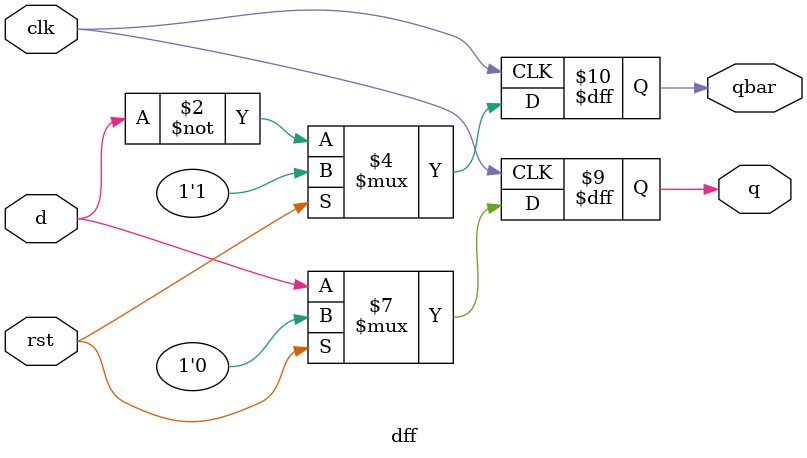
<source format=v>
module dff(q,qbar,clk,rst,d);

output reg q;
output reg qbar;
input clk,rst;
input  d;

always @(posedge clk ) begin
    if(rst) begin
      q=1'b0;
      qbar=1'b1;
    end

    else begin
      q = d;
      qbar = ~d;
    end
   
end

endmodule
</source>
